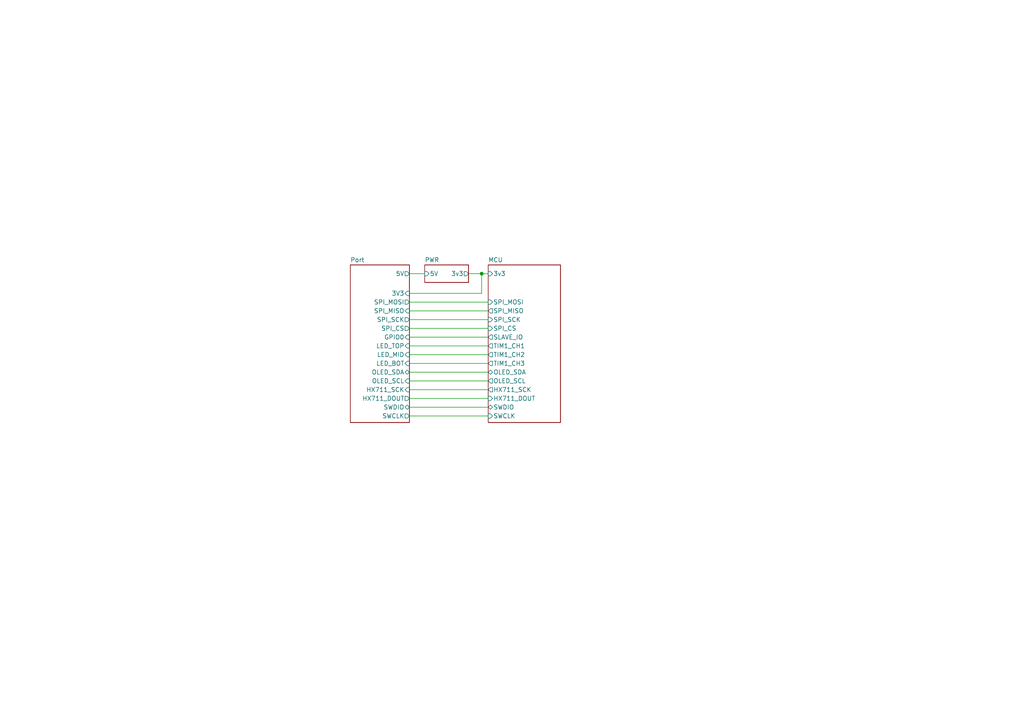
<source format=kicad_sch>
(kicad_sch (version 20211123) (generator eeschema)

  (uuid 09652109-d278-436a-bb8a-e1f3dfc6f1b2)

  (paper "A4")

  (lib_symbols
  )

  (junction (at 139.7 79.375) (diameter 0) (color 0 0 0 0)
    (uuid 6692c1f8-db84-4de6-8f7e-17d10cfe8fd1)
  )

  (wire (pts (xy 118.745 118.11) (xy 141.605 118.11))
    (stroke (width 0) (type default) (color 0 0 0 0))
    (uuid 0631817d-8e85-4bbf-ba8f-a013b3c16c46)
  )
  (wire (pts (xy 118.745 107.95) (xy 141.605 107.95))
    (stroke (width 0) (type default) (color 0 0 0 0))
    (uuid 0a6c9999-93de-41e6-a29d-e1df7e8c4a2e)
  )
  (wire (pts (xy 118.745 120.65) (xy 141.605 120.65))
    (stroke (width 0) (type default) (color 0 0 0 0))
    (uuid 2a2efc07-3fdb-403c-a363-46d3f7aa2b32)
  )
  (wire (pts (xy 118.745 115.57) (xy 141.605 115.57))
    (stroke (width 0) (type default) (color 0 0 0 0))
    (uuid 31ccad49-4304-491c-9078-202b6eecc3d1)
  )
  (wire (pts (xy 118.745 105.41) (xy 141.605 105.41))
    (stroke (width 0) (type default) (color 0 0 0 0))
    (uuid 3d9b6062-b5be-42b1-bd42-80c0e772b8c9)
  )
  (wire (pts (xy 118.745 79.375) (xy 123.19 79.375))
    (stroke (width 0) (type default) (color 0 0 0 0))
    (uuid 40e97aed-8293-4f8d-aaa0-223ee4424d06)
  )
  (wire (pts (xy 139.7 79.375) (xy 141.605 79.375))
    (stroke (width 0) (type default) (color 0 0 0 0))
    (uuid 515718eb-e561-4f1d-aee0-5fd380844e19)
  )
  (wire (pts (xy 135.89 79.375) (xy 139.7 79.375))
    (stroke (width 0) (type default) (color 0 0 0 0))
    (uuid 5e5e647b-33c8-4db0-ad67-6723f0aefacf)
  )
  (wire (pts (xy 118.745 102.87) (xy 141.605 102.87))
    (stroke (width 0) (type default) (color 0 0 0 0))
    (uuid 62f2220c-0517-422d-a3d8-4d5af27d08b8)
  )
  (wire (pts (xy 118.745 95.25) (xy 141.605 95.25))
    (stroke (width 0) (type default) (color 0 0 0 0))
    (uuid 7ac2bb64-d8e1-4b48-ab0d-1a56aa560399)
  )
  (wire (pts (xy 118.745 100.33) (xy 141.605 100.33))
    (stroke (width 0) (type default) (color 0 0 0 0))
    (uuid 7ee29749-1a49-4b69-948c-e12646f04268)
  )
  (wire (pts (xy 118.745 90.17) (xy 141.605 90.17))
    (stroke (width 0) (type default) (color 0 0 0 0))
    (uuid 9bca6f7b-b559-49e8-9ea5-abc2562b6359)
  )
  (wire (pts (xy 118.745 87.63) (xy 141.605 87.63))
    (stroke (width 0) (type default) (color 0 0 0 0))
    (uuid 9cd49b38-2a89-4f4e-95c4-fc09124a301d)
  )
  (wire (pts (xy 118.745 92.71) (xy 141.605 92.71))
    (stroke (width 0) (type default) (color 0 0 0 0))
    (uuid 9cd4b471-83c0-461b-b6ed-089dffd0fbaf)
  )
  (wire (pts (xy 118.745 85.09) (xy 139.7 85.09))
    (stroke (width 0) (type default) (color 0 0 0 0))
    (uuid c36f1cab-df9f-4dc9-a155-79b2fb593792)
  )
  (wire (pts (xy 118.745 97.79) (xy 141.605 97.79))
    (stroke (width 0) (type default) (color 0 0 0 0))
    (uuid d69bf442-2b2e-4d21-80f7-a97b7495186f)
  )
  (wire (pts (xy 118.745 110.49) (xy 141.605 110.49))
    (stroke (width 0) (type default) (color 0 0 0 0))
    (uuid fae9e8ab-c698-4bea-ba27-76534a3cc89c)
  )
  (wire (pts (xy 139.7 85.09) (xy 139.7 79.375))
    (stroke (width 0) (type default) (color 0 0 0 0))
    (uuid fc882d7d-cb5a-42c3-a000-74cc919d6a3e)
  )
  (wire (pts (xy 118.745 113.03) (xy 141.605 113.03))
    (stroke (width 0) (type default) (color 0 0 0 0))
    (uuid fef39f32-8926-469e-bd06-2b7f5ce04242)
  )

  (sheet (at 123.19 76.835) (size 12.7 5.08) (fields_autoplaced)
    (stroke (width 0.1524) (type solid) (color 0 0 0 0))
    (fill (color 0 0 0 0.0000))
    (uuid 3082a7a7-56a4-4a21-928c-4ba7ead9a508)
    (property "Sheet name" "PWR" (id 0) (at 123.19 76.1234 0)
      (effects (font (size 1.27 1.27)) (justify left bottom))
    )
    (property "Sheet file" "Buck.kicad_sch" (id 1) (at 123.19 82.4996 0)
      (effects (font (size 1.27 1.27)) (justify left top) hide)
    )
    (pin "3v3" output (at 135.89 79.375 0)
      (effects (font (size 1.27 1.27)) (justify right))
      (uuid 9b9334fe-a770-4db9-82bc-772d5543afc9)
    )
    (pin "5V" input (at 123.19 79.375 180)
      (effects (font (size 1.27 1.27)) (justify left))
      (uuid f437dc73-a3fd-42be-9bbf-6505189c75d8)
    )
  )

  (sheet (at 141.605 76.835) (size 20.955 45.72) (fields_autoplaced)
    (stroke (width 0.1524) (type solid) (color 0 0 0 0))
    (fill (color 0 0 0 0.0000))
    (uuid 50303aa6-91dc-4b17-9642-570bb8b5c83e)
    (property "Sheet name" "MCU" (id 0) (at 141.605 76.1234 0)
      (effects (font (size 1.27 1.27)) (justify left bottom))
    )
    (property "Sheet file" "MCU.kicad_sch" (id 1) (at 141.605 123.1396 0)
      (effects (font (size 1.27 1.27)) (justify left top) hide)
    )
    (pin "SPI_MISO" output (at 141.605 90.17 180)
      (effects (font (size 1.27 1.27)) (justify left))
      (uuid 2b5cc84f-2652-4485-bb5d-7f345f5ab573)
    )
    (pin "SPI_MOSI" input (at 141.605 87.63 180)
      (effects (font (size 1.27 1.27)) (justify left))
      (uuid 18d37596-b002-400a-add7-a68d9cc046e2)
    )
    (pin "TIM1_CH1" output (at 141.605 100.33 180)
      (effects (font (size 1.27 1.27)) (justify left))
      (uuid 0db12af2-f620-490d-bde5-236bec195a1e)
    )
    (pin "TIM1_CH2" output (at 141.605 102.87 180)
      (effects (font (size 1.27 1.27)) (justify left))
      (uuid 5e0e2ee6-96ec-4c09-8c71-1a9dbbbb4302)
    )
    (pin "TIM1_CH3" output (at 141.605 105.41 180)
      (effects (font (size 1.27 1.27)) (justify left))
      (uuid 5a5d51f9-dc38-4450-aba6-d396b377aad7)
    )
    (pin "SPI_SCK" input (at 141.605 92.71 180)
      (effects (font (size 1.27 1.27)) (justify left))
      (uuid 5f6262ab-3f6d-4836-834b-576bd0447588)
    )
    (pin "SPI_CS" input (at 141.605 95.25 180)
      (effects (font (size 1.27 1.27)) (justify left))
      (uuid a8d38ec6-eca6-48d5-b628-698f76626a94)
    )
    (pin "SLAVE_IO" output (at 141.605 97.79 180)
      (effects (font (size 1.27 1.27)) (justify left))
      (uuid 2c3c1c8f-a601-476e-b7ba-2f80210d1d35)
    )
    (pin "3v3" input (at 141.605 79.375 180)
      (effects (font (size 1.27 1.27)) (justify left))
      (uuid 52164652-8674-4121-91ba-f851d8fc3467)
    )
    (pin "HX711_SCK" output (at 141.605 113.03 180)
      (effects (font (size 1.27 1.27)) (justify left))
      (uuid 672986fd-9378-4e2f-812c-f012392ab9ef)
    )
    (pin "SWDIO" bidirectional (at 141.605 118.11 180)
      (effects (font (size 1.27 1.27)) (justify left))
      (uuid bb52bf03-0acb-4c0f-839a-b2b64da6f174)
    )
    (pin "SWCLK" input (at 141.605 120.65 180)
      (effects (font (size 1.27 1.27)) (justify left))
      (uuid 618a7d71-b6f1-452d-b2b5-b06f6e93ac29)
    )
    (pin "HX711_DOUT" input (at 141.605 115.57 180)
      (effects (font (size 1.27 1.27)) (justify left))
      (uuid 17c45437-897f-4091-b812-1c0649b77e72)
    )
    (pin "OLED_SCL" output (at 141.605 110.49 180)
      (effects (font (size 1.27 1.27)) (justify left))
      (uuid ae0bac46-75e1-4bb9-90fc-b6d0a40df490)
    )
    (pin "OLED_SDA" bidirectional (at 141.605 107.95 180)
      (effects (font (size 1.27 1.27)) (justify left))
      (uuid 95b9c0e0-248c-4215-a91e-b011551cf5b6)
    )
  )

  (sheet (at 101.6 76.835) (size 17.145 45.72) (fields_autoplaced)
    (stroke (width 0.1524) (type solid) (color 0 0 0 0))
    (fill (color 0 0 0 0.0000))
    (uuid 7d64a61d-2f89-4212-88d9-f8cc4cbd7927)
    (property "Sheet name" "Port" (id 0) (at 101.6 76.1234 0)
      (effects (font (size 1.27 1.27)) (justify left bottom))
    )
    (property "Sheet file" "Port.kicad_sch" (id 1) (at 101.6 123.1396 0)
      (effects (font (size 1.27 1.27)) (justify left top) hide)
    )
    (pin "SPI_CS" output (at 118.745 95.25 0)
      (effects (font (size 1.27 1.27)) (justify right))
      (uuid 88d8bed4-cdd6-4e2b-945f-a51bec910c03)
    )
    (pin "SPI_MOSI" output (at 118.745 87.63 0)
      (effects (font (size 1.27 1.27)) (justify right))
      (uuid d81bd497-eb9f-471c-9c7f-ecd1d4676767)
    )
    (pin "GPIO0" input (at 118.745 97.79 0)
      (effects (font (size 1.27 1.27)) (justify right))
      (uuid a8d54720-6a58-4385-a398-2ed7a715b93f)
    )
    (pin "SPI_SCK" output (at 118.745 92.71 0)
      (effects (font (size 1.27 1.27)) (justify right))
      (uuid ea76e26b-08a2-4760-a9df-b38d71ab88ab)
    )
    (pin "SPI_MISO" input (at 118.745 90.17 0)
      (effects (font (size 1.27 1.27)) (justify right))
      (uuid ccd563ae-63a7-4330-9158-db41c44141d0)
    )
    (pin "LED_MID" input (at 118.745 102.87 0)
      (effects (font (size 1.27 1.27)) (justify right))
      (uuid 5d1d1d80-49ae-49d7-9878-cfb5e4e3b6e9)
    )
    (pin "LED_TOP" input (at 118.745 100.33 0)
      (effects (font (size 1.27 1.27)) (justify right))
      (uuid 6cc97234-e250-4b8f-9eed-8bcdef8dc94b)
    )
    (pin "LED_BOT" input (at 118.745 105.41 0)
      (effects (font (size 1.27 1.27)) (justify right))
      (uuid ae049eb7-f87f-40b4-af41-82890801dca1)
    )
    (pin "3V3" input (at 118.745 85.09 0)
      (effects (font (size 1.27 1.27)) (justify right))
      (uuid 2f3bb717-22d5-41d5-95a5-085b32c3f791)
    )
    (pin "OLED_SDA" bidirectional (at 118.745 107.95 0)
      (effects (font (size 1.27 1.27)) (justify right))
      (uuid 23c9f7f9-5439-48ea-bf8b-71fb9f8763a4)
    )
    (pin "OLED_SCL" input (at 118.745 110.49 0)
      (effects (font (size 1.27 1.27)) (justify right))
      (uuid 4f3f5ef3-bfc9-4a4d-bee4-b01d92a2b3df)
    )
    (pin "HX711_SCK" input (at 118.745 113.03 0)
      (effects (font (size 1.27 1.27)) (justify right))
      (uuid bac4dec8-ea99-4200-8b65-1687fe0314d6)
    )
    (pin "HX711_DOUT" output (at 118.745 115.57 0)
      (effects (font (size 1.27 1.27)) (justify right))
      (uuid 52a5ba1b-2739-41d4-b14f-8f299a4ab1c7)
    )
    (pin "SWDIO" bidirectional (at 118.745 118.11 0)
      (effects (font (size 1.27 1.27)) (justify right))
      (uuid 53f21c7c-4913-4df2-a9c3-3dc4b87428ca)
    )
    (pin "SWCLK" output (at 118.745 120.65 0)
      (effects (font (size 1.27 1.27)) (justify right))
      (uuid 6f651d6b-9390-4f98-b3eb-ae3a48938edf)
    )
    (pin "5V" output (at 118.745 79.375 0)
      (effects (font (size 1.27 1.27)) (justify right))
      (uuid 99d36c6f-a828-46b8-aa29-bec9e8920947)
    )
  )

  (sheet_instances
    (path "/" (page "1"))
    (path "/50303aa6-91dc-4b17-9642-570bb8b5c83e" (page "2"))
    (path "/3082a7a7-56a4-4a21-928c-4ba7ead9a508" (page "3"))
    (path "/7d64a61d-2f89-4212-88d9-f8cc4cbd7927" (page "4"))
  )

  (symbol_instances
    (path "/50303aa6-91dc-4b17-9642-570bb8b5c83e/a03dba42-bb54-41ed-867b-1987b59ba029"
      (reference "#PWR02") (unit 1) (value "GND") (footprint "")
    )
    (path "/50303aa6-91dc-4b17-9642-570bb8b5c83e/824188ac-5e44-4a56-bb8c-d52b35718726"
      (reference "#PWR03") (unit 1) (value "GND") (footprint "")
    )
    (path "/50303aa6-91dc-4b17-9642-570bb8b5c83e/4597177c-2a31-4b54-828c-793f84eee55f"
      (reference "#PWR04") (unit 1) (value "GND") (footprint "")
    )
    (path "/50303aa6-91dc-4b17-9642-570bb8b5c83e/a6dde759-112b-4aa5-a9e5-6eec9f1c63d1"
      (reference "#PWR05") (unit 1) (value "GND") (footprint "")
    )
    (path "/50303aa6-91dc-4b17-9642-570bb8b5c83e/a6301791-bbf4-4355-a31a-7f4e1aaba019"
      (reference "#PWR06") (unit 1) (value "GND") (footprint "")
    )
    (path "/3082a7a7-56a4-4a21-928c-4ba7ead9a508/81a6de7b-63ed-4cb4-baf2-5887fb132b78"
      (reference "#PWR07") (unit 1) (value "GND") (footprint "")
    )
    (path "/7d64a61d-2f89-4212-88d9-f8cc4cbd7927/9f047369-3e3a-4c1d-b590-d3cb28d4bc7a"
      (reference "#PWR08") (unit 1) (value "GND") (footprint "")
    )
    (path "/7d64a61d-2f89-4212-88d9-f8cc4cbd7927/0ab11e46-f2eb-4768-97aa-13b09f7ab709"
      (reference "#PWR09") (unit 1) (value "GND") (footprint "")
    )
    (path "/7d64a61d-2f89-4212-88d9-f8cc4cbd7927/b064f394-8aa9-401f-861e-457c91f6e503"
      (reference "#PWR010") (unit 1) (value "GND") (footprint "")
    )
    (path "/7d64a61d-2f89-4212-88d9-f8cc4cbd7927/00d27946-06cc-4349-bc58-18d5e8b7b298"
      (reference "#PWR011") (unit 1) (value "GND") (footprint "")
    )
    (path "/7d64a61d-2f89-4212-88d9-f8cc4cbd7927/2de21dca-1e1d-4bc7-bca1-e5f4c9996359"
      (reference "#PWR012") (unit 1) (value "GND") (footprint "")
    )
    (path "/3082a7a7-56a4-4a21-928c-4ba7ead9a508/5984a939-028a-4576-8c3e-ec997d4158ef"
      (reference "#PWR014") (unit 1) (value "GND") (footprint "")
    )
    (path "/3082a7a7-56a4-4a21-928c-4ba7ead9a508/1e46aa63-2442-4df3-9352-6e9838a65bd5"
      (reference "#PWR015") (unit 1) (value "GND") (footprint "")
    )
    (path "/3082a7a7-56a4-4a21-928c-4ba7ead9a508/b3499204-228b-401b-9120-34f510659b8d"
      (reference "#PWR016") (unit 1) (value "GND") (footprint "")
    )
    (path "/7d64a61d-2f89-4212-88d9-f8cc4cbd7927/f026182b-b4df-4c41-a9f8-0aef8127aa37"
      (reference "#PWR018") (unit 1) (value "GND") (footprint "")
    )
    (path "/7d64a61d-2f89-4212-88d9-f8cc4cbd7927/59d474dd-a6fa-43d7-9ec7-d525c9b16b6b"
      (reference "#PWR019") (unit 1) (value "GND") (footprint "")
    )
    (path "/7d64a61d-2f89-4212-88d9-f8cc4cbd7927/ee37e1a4-7cf4-4f7c-88e4-ded2a86c68d1"
      (reference "#PWR020") (unit 1) (value "GND") (footprint "")
    )
    (path "/50303aa6-91dc-4b17-9642-570bb8b5c83e/256c74a7-cf58-4f71-9c92-e6e3c85451f8"
      (reference "C1") (unit 1) (value "100n") (footprint "Capacitor_SMD:C_0603_1608Metric_Pad1.08x0.95mm_HandSolder")
    )
    (path "/50303aa6-91dc-4b17-9642-570bb8b5c83e/145b6f23-2550-41bf-a8d0-c984f0c8455d"
      (reference "C2") (unit 1) (value "100n") (footprint "Capacitor_SMD:C_0603_1608Metric_Pad1.08x0.95mm_HandSolder")
    )
    (path "/50303aa6-91dc-4b17-9642-570bb8b5c83e/23d0f4fb-88ae-45d2-bc2e-a46ef46eacbe"
      (reference "C3") (unit 1) (value "100n") (footprint "Capacitor_SMD:C_0603_1608Metric_Pad1.08x0.95mm_HandSolder")
    )
    (path "/50303aa6-91dc-4b17-9642-570bb8b5c83e/7aca1b7b-9cae-4919-b137-167c4eaca1a6"
      (reference "C4") (unit 1) (value "100n") (footprint "Capacitor_SMD:C_0603_1608Metric_Pad1.08x0.95mm_HandSolder")
    )
    (path "/50303aa6-91dc-4b17-9642-570bb8b5c83e/96f5bc2b-851d-4acc-91a4-6c06473f6a05"
      (reference "C5") (unit 1) (value "100n") (footprint "Capacitor_SMD:C_0603_1608Metric_Pad1.08x0.95mm_HandSolder")
    )
    (path "/50303aa6-91dc-4b17-9642-570bb8b5c83e/02ece6bf-041a-4a41-afc8-b8533bc23da7"
      (reference "C6") (unit 1) (value "100n") (footprint "Capacitor_SMD:C_0603_1608Metric_Pad1.08x0.95mm_HandSolder")
    )
    (path "/50303aa6-91dc-4b17-9642-570bb8b5c83e/72ccf973-9018-479e-831b-a520c1ba6c4b"
      (reference "C7") (unit 1) (value "12p") (footprint "Capacitor_SMD:C_0603_1608Metric_Pad1.08x0.95mm_HandSolder")
    )
    (path "/50303aa6-91dc-4b17-9642-570bb8b5c83e/0b31bb28-8cfd-4cc2-b2b6-dd8597f6fcfc"
      (reference "C8") (unit 1) (value "12p") (footprint "Capacitor_SMD:C_0603_1608Metric_Pad1.08x0.95mm_HandSolder")
    )
    (path "/3082a7a7-56a4-4a21-928c-4ba7ead9a508/2545c75d-0a92-4afc-b564-550e18048caa"
      (reference "C21") (unit 1) (value "100n") (footprint "Capacitor_SMD:C_0603_1608Metric_Pad1.08x0.95mm_HandSolder")
    )
    (path "/3082a7a7-56a4-4a21-928c-4ba7ead9a508/9cb43d36-3197-462d-9644-de89d0654136"
      (reference "C22") (unit 1) (value "100n") (footprint "Capacitor_SMD:C_0603_1608Metric_Pad1.08x0.95mm_HandSolder")
    )
    (path "/50303aa6-91dc-4b17-9642-570bb8b5c83e/01a85513-64e4-4de9-8a28-5b0ec582096e"
      (reference "D1") (unit 1) (value "LED") (footprint "LED_SMD:LED_0603_1608Metric_Pad1.05x0.95mm_HandSolder")
    )
    (path "/3082a7a7-56a4-4a21-928c-4ba7ead9a508/39e997bd-5aaf-4f27-af3d-d3c898a2bb47"
      (reference "D2") (unit 1) (value "LED") (footprint "LED_SMD:LED_0603_1608Metric")
    )
    (path "/7d64a61d-2f89-4212-88d9-f8cc4cbd7927/515189cf-0627-447a-83da-403f540758e8"
      (reference "J1") (unit 1) (value "Conn_01x06") (footprint "Connector_JST:JST_GH_SM06B-GHS-TB_1x06-1MP_P1.25mm_Horizontal")
    )
    (path "/7d64a61d-2f89-4212-88d9-f8cc4cbd7927/8b1ff760-9b5c-4f82-a7ab-58541a0b2795"
      (reference "J2") (unit 1) (value "Conn_01x04") (footprint "Connector_PinHeader_2.54mm:PinHeader_1x04_P2.54mm_Vertical")
    )
    (path "/7d64a61d-2f89-4212-88d9-f8cc4cbd7927/9b175465-7770-49a0-9919-a02fc61f977a"
      (reference "J3") (unit 1) (value "Conn_01x03") (footprint "Connector_PinHeader_2.54mm:PinHeader_1x03_P2.54mm_Vertical")
    )
    (path "/7d64a61d-2f89-4212-88d9-f8cc4cbd7927/c85bb48c-faea-4792-a5ed-a826cb5c60ab"
      (reference "J4") (unit 1) (value "Conn_01x03") (footprint "Connector_PinHeader_2.54mm:PinHeader_1x03_P2.54mm_Vertical")
    )
    (path "/7d64a61d-2f89-4212-88d9-f8cc4cbd7927/52a3d9fd-28b5-4e5f-ad88-bdad76b10b99"
      (reference "J5") (unit 1) (value "Conn_01x03") (footprint "Connector_PinHeader_2.54mm:PinHeader_1x03_P2.54mm_Vertical")
    )
    (path "/7d64a61d-2f89-4212-88d9-f8cc4cbd7927/6ca19cb4-5f0e-4a44-9dc1-073c936f273f"
      (reference "J6") (unit 1) (value "Conn_01x04") (footprint "Connector_PinHeader_2.54mm:PinHeader_1x04_P2.54mm_Vertical")
    )
    (path "/7d64a61d-2f89-4212-88d9-f8cc4cbd7927/0fbfc992-ffbb-41d2-93b4-a85cb849e7e1"
      (reference "J7") (unit 1) (value "Conn_01x04") (footprint "Connector_JST:JST_GH_SM04B-GHS-TB_1x04-1MP_P1.25mm_Horizontal")
    )
    (path "/7d64a61d-2f89-4212-88d9-f8cc4cbd7927/904cee1a-2c37-4a7f-a085-37278836e2b5"
      (reference "J8") (unit 1) (value "Conn_01x02") (footprint "Connector_AMASS:AMASS_XT30PW-M_1x02_P2.50mm_Horizontal")
    )
    (path "/50303aa6-91dc-4b17-9642-570bb8b5c83e/441c8181-9b69-4b99-b9f3-3cb53e72aefd"
      (reference "R1") (unit 1) (value "10k") (footprint "Resistor_SMD:R_0603_1608Metric_Pad0.98x0.95mm_HandSolder")
    )
    (path "/50303aa6-91dc-4b17-9642-570bb8b5c83e/cc2aba27-005b-4501-a8c4-70b2668ac275"
      (reference "R2") (unit 1) (value "10k") (footprint "Resistor_SMD:R_0603_1608Metric_Pad0.98x0.95mm_HandSolder")
    )
    (path "/50303aa6-91dc-4b17-9642-570bb8b5c83e/ba523fd2-e491-4f76-be62-832b4a9d582b"
      (reference "R3") (unit 1) (value "1k") (footprint "Resistor_SMD:R_0603_1608Metric_Pad0.98x0.95mm_HandSolder")
    )
    (path "/3082a7a7-56a4-4a21-928c-4ba7ead9a508/8e22e417-2c5e-4e10-9355-2aa04e409f65"
      (reference "R4") (unit 1) (value "1k") (footprint "Resistor_SMD:R_0603_1608Metric_Pad0.98x0.95mm_HandSolder")
    )
    (path "/50303aa6-91dc-4b17-9642-570bb8b5c83e/cf26630c-fdd4-4ca7-b806-8c86fb7f0999"
      (reference "U1") (unit 1) (value "STM32F103C8Tx") (footprint "Package_QFP:LQFP-48_7x7mm_P0.5mm")
    )
    (path "/3082a7a7-56a4-4a21-928c-4ba7ead9a508/4d5d8b6d-2a7c-4ed1-b067-27943b4726c3"
      (reference "U3") (unit 1) (value "HX9193") (footprint "Package_TO_SOT_SMD:SOT-23-5_HandSoldering")
    )
    (path "/50303aa6-91dc-4b17-9642-570bb8b5c83e/b2d52510-fa68-401d-944e-15e83259951e"
      (reference "Y1") (unit 1) (value "12M") (footprint "Crystal:Crystal_SMD_3225-4Pin_3.2x2.5mm_HandSoldering")
    )
  )
)

</source>
